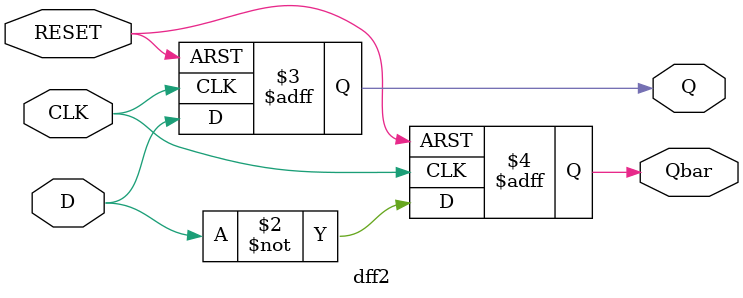
<source format=v>
/********************************************************************************************
Copyright 2019 - Maven Silicon Softech Pvt Ltd. 
 
All Rights Reserved.

This source code is an unpublished work belongs to Maven Silicon Softech Pvt Ltd.

It is not to be shared with or used by any third parties who have not enrolled for our paid training 

courses or received any written authorization from Maven Silicon.


Webpage     :      www.maven-silicon.com

Filename    :	   dff.v   

Description :      Delay Flipflop

Author Name :      Susmita

Version     :      1.0
*********************************************************************************************/
 
module dff2(
input D,
input CLK,
input RESET,
output reg Q,
output reg Qbar
);
always@(posedge CLK or posedge RESET)
if(RESET)
 begin
 Q <=0;
 Qbar <=1;
 end
else
 begin
 Q <=D;
 Qbar <=~D;
end
endmodule


</source>
